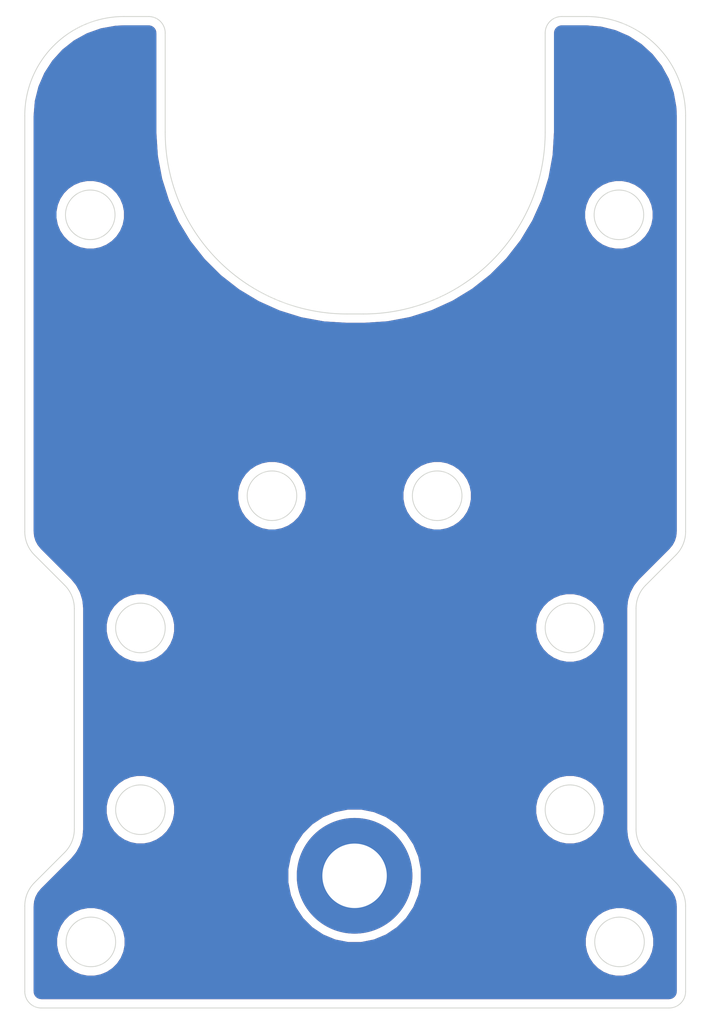
<source format=kicad_pcb>
(kicad_pcb (version 20171130) (host pcbnew 5.1.9+dfsg1-1+deb11u1)

  (general
    (thickness 1.6)
    (drawings 44)
    (tracks 0)
    (zones 0)
    (modules 1)
    (nets 1)
  )

  (page A4)
  (layers
    (0 F.Cu signal)
    (31 B.Cu signal)
    (32 B.Adhes user)
    (33 F.Adhes user)
    (34 B.Paste user)
    (35 F.Paste user)
    (36 B.SilkS user)
    (37 F.SilkS user)
    (38 B.Mask user)
    (39 F.Mask user)
    (40 Dwgs.User user)
    (41 Cmts.User user)
    (42 Eco1.User user)
    (43 Eco2.User user)
    (44 Edge.Cuts user)
    (45 Margin user)
    (46 B.CrtYd user)
    (47 F.CrtYd user)
    (48 B.Fab user)
    (49 F.Fab user)
  )

  (setup
    (last_trace_width 0.25)
    (trace_clearance 0.2)
    (zone_clearance 0.508)
    (zone_45_only no)
    (trace_min 0.2)
    (via_size 0.8)
    (via_drill 0.4)
    (via_min_size 0.4)
    (via_min_drill 0.3)
    (uvia_size 0.3)
    (uvia_drill 0.1)
    (uvias_allowed no)
    (uvia_min_size 0.2)
    (uvia_min_drill 0.1)
    (edge_width 0.05)
    (segment_width 0.2)
    (pcb_text_width 0.3)
    (pcb_text_size 1.5 1.5)
    (mod_edge_width 0.12)
    (mod_text_size 1 1)
    (mod_text_width 0.15)
    (pad_size 1.524 1.524)
    (pad_drill 0.762)
    (pad_to_mask_clearance 0)
    (aux_axis_origin 0 0)
    (visible_elements FFFFFF7F)
    (pcbplotparams
      (layerselection 0x010fc_ffffffff)
      (usegerberextensions true)
      (usegerberattributes false)
      (usegerberadvancedattributes false)
      (creategerberjobfile false)
      (excludeedgelayer true)
      (linewidth 0.100000)
      (plotframeref false)
      (viasonmask false)
      (mode 1)
      (useauxorigin false)
      (hpglpennumber 1)
      (hpglpenspeed 20)
      (hpglpendiameter 15.000000)
      (psnegative false)
      (psa4output false)
      (plotreference true)
      (plotvalue true)
      (plotinvisibletext false)
      (padsonsilk false)
      (subtractmaskfromsilk true)
      (outputformat 1)
      (mirror false)
      (drillshape 0)
      (scaleselection 1)
      (outputdirectory "toolhead-bottom-plate-gerber/"))
  )

  (net 0 "")

  (net_class Default "This is the default net class."
    (clearance 0.2)
    (trace_width 0.25)
    (via_dia 0.8)
    (via_drill 0.4)
    (uvia_dia 0.3)
    (uvia_drill 0.1)
  )

  (module custom-footprints:thread-insert-m3d4p2 (layer F.Cu) (tedit 64C47E0B) (tstamp 64C4DCC7)
    (at 138.463038 103)
    (fp_text reference REF** (at 0 0.5) (layer F.SilkS) hide
      (effects (font (size 1 1) (thickness 0.15)))
    )
    (fp_text value thread-insert-m3d4p2 (at 0 -0.5) (layer F.Fab)
      (effects (font (size 1 1) (thickness 0.15)))
    )
    (pad 1 thru_hole circle (at 0 0) (size 7 7) (drill 3.9) (layers *.Cu *.Mask))
  )

  (gr_line (start 138.5 101.5) (end 138.5 105) (layer F.CrtYd) (width 0.05))
  (gr_line (start 136.5 103) (end 140.5 103) (layer F.CrtYd) (width 0.05))
  (gr_line (start 157.500038 111) (end 119.500038 111) (layer Edge.Cuts) (width 0.05))
  (gr_circle (center 125.500038 99) (end 127.000038 99) (layer Edge.Cuts) (width 0.05))
  (gr_circle (center 154.500037 107) (end 156.000038 107) (layer Edge.Cuts) (width 0.05))
  (gr_circle (center 143.463038 80) (end 144.963038 80) (layer Edge.Cuts) (width 0.05))
  (gr_circle (center 122.463038 63) (end 123.963038 63) (layer Edge.Cuts) (width 0.05))
  (gr_arc (start 119.500038 110) (end 118.500038 110) (angle -90) (layer Edge.Cuts) (width 0.05))
  (gr_line (start 155.500038 100.17157) (end 155.500038 86.8284) (layer Edge.Cuts) (width 0.05))
  (gr_circle (center 122.500038 107) (end 124.000038 107) (layer Edge.Cuts) (width 0.05))
  (gr_line (start 120.914238 85.4142) (end 119.085738 83.5858) (layer Edge.Cuts) (width 0.05))
  (gr_line (start 119.085738 103.41421) (end 120.914238 101.58579) (layer Edge.Cuts) (width 0.05))
  (gr_line (start 150.000038 52) (end 150.000038 58) (layer Edge.Cuts) (width 0.05))
  (gr_arc (start 120.500038 82.1716) (end 118.500038 82.1716) (angle -45) (layer Edge.Cuts) (width 0.05))
  (gr_arc (start 157.500038 110) (end 157.500038 111) (angle -90) (layer Edge.Cuts) (width 0.05))
  (gr_arc (start 119.500038 100.17157) (end 120.914252 101.585783) (angle -45) (layer Edge.Cuts) (width 0.05))
  (gr_line (start 158.500038 104.82843) (end 158.500038 110) (layer Edge.Cuts) (width 0.05))
  (gr_circle (center 133.463038 80) (end 134.963038 80) (layer Edge.Cuts) (width 0.05))
  (gr_line (start 157.914238 103.41421) (end 156.085738 101.58579) (layer Edge.Cuts) (width 0.05))
  (gr_line (start 158.500038 57) (end 158.500038 82.1716) (layer Edge.Cuts) (width 0.05))
  (gr_arc (start 126.000038 52) (end 127.000038 52) (angle -90) (layer Edge.Cuts) (width 0.05))
  (gr_arc (start 156.500038 104.82843) (end 158.500038 104.82843) (angle -45) (layer Edge.Cuts) (width 0.05))
  (gr_arc (start 157.500038 86.8284) (end 156.085824 85.414187) (angle -45) (layer Edge.Cuts) (width 0.05))
  (gr_line (start 118.500038 110) (end 118.500038 104.82843) (layer Edge.Cuts) (width 0.05))
  (gr_circle (center 151.500038 99) (end 153.000038 99) (layer Edge.Cuts) (width 0.05))
  (gr_line (start 156.085738 85.4142) (end 157.914238 83.5858) (layer Edge.Cuts) (width 0.05))
  (gr_arc (start 156.500038 82.1716) (end 157.914251 83.585814) (angle -45) (layer Edge.Cuts) (width 0.05))
  (gr_circle (center 151.500038 88) (end 153.000038 88) (layer Edge.Cuts) (width 0.05))
  (gr_line (start 152.500038 51) (end 151.000038 51) (layer Edge.Cuts) (width 0.05))
  (gr_arc (start 120.500038 104.82843) (end 119.085825 103.414216) (angle -45) (layer Edge.Cuts) (width 0.05))
  (gr_arc (start 151.000038 52) (end 151.000038 51) (angle -90) (layer Edge.Cuts) (width 0.05))
  (gr_line (start 127.000038 58) (end 127.000038 52) (layer Edge.Cuts) (width 0.05))
  (gr_line (start 118.500038 82.1716) (end 118.500038 57) (layer Edge.Cuts) (width 0.05))
  (gr_arc (start 124.500038 57) (end 124.500038 51) (angle -90) (layer Edge.Cuts) (width 0.05))
  (gr_arc (start 152.500038 57) (end 158.500038 57) (angle -90) (layer Edge.Cuts) (width 0.05))
  (gr_circle (center 125.500038 88) (end 127.000038 88) (layer Edge.Cuts) (width 0.05))
  (gr_arc (start 119.500038 86.8284) (end 121.500038 86.828401) (angle -45) (layer Edge.Cuts) (width 0.05))
  (gr_arc (start 157.500038 100.17157) (end 155.500038 100.17157) (angle -45) (layer Edge.Cuts) (width 0.05))
  (gr_arc (start 139 58) (end 139 69) (angle -90) (layer Edge.Cuts) (width 0.05))
  (gr_circle (center 154.463038 63) (end 155.963038 63) (layer Edge.Cuts) (width 0.05))
  (gr_line (start 121.500038 100.17157) (end 121.500038 86.8284) (layer Edge.Cuts) (width 0.05))
  (gr_arc (start 138 58) (end 127 58) (angle -90) (layer Edge.Cuts) (width 0.05))
  (gr_line (start 126.000038 51) (end 124.500038 51) (layer Edge.Cuts) (width 0.05))
  (gr_line (start 139 69) (end 138 69) (layer Edge.Cuts) (width 0.05))

  (zone (net 0) (net_name "") (layer F.Cu) (tstamp 64C470E7) (hatch edge 0.508)
    (connect_pads (clearance 0.508))
    (min_thickness 0.254)
    (fill yes (arc_segments 32) (thermal_gap 0.508) (thermal_bridge_width 0.508))
    (polygon
      (pts
        (xy 160 112) (xy 117 112) (xy 117 50) (xy 160 50)
      )
    )
    (filled_polygon
      (pts
        (xy 126.065462 51.66958) (xy 126.128394 51.68858) (xy 126.186443 51.719445) (xy 126.237381 51.760989) (xy 126.279286 51.811644)
        (xy 126.310553 51.869471) (xy 126.329994 51.932272) (xy 126.340039 52.027845) (xy 126.340038 57.994555) (xy 126.34002 57.994819)
        (xy 126.340002 58.00173) (xy 126.340038 58.015463) (xy 126.340038 58.032418) (xy 126.340084 58.032882) (xy 126.340153 58.059326)
        (xy 126.341239 58.076579) (xy 126.341148 58.093863) (xy 126.341564 58.100762) (xy 126.428151 59.421832) (xy 126.432693 59.457787)
        (xy 126.436865 59.493842) (xy 126.438107 59.50064) (xy 126.682777 60.801739) (xy 126.691613 60.836919) (xy 126.700079 60.87218)
        (xy 126.702128 60.87878) (xy 127.101335 62.141062) (xy 127.114314 62.174873) (xy 127.126974 62.208914) (xy 127.129802 62.21522)
        (xy 127.677765 63.420401) (xy 127.694727 63.452438) (xy 127.71137 63.484682) (xy 127.714935 63.490603) (xy 128.403715 64.621223)
        (xy 128.42442 64.651015) (xy 128.444799 64.681001) (xy 128.449041 64.686439) (xy 128.449049 64.686451) (xy 128.449058 64.686461)
        (xy 129.268671 65.726136) (xy 129.292792 65.753209) (xy 129.316639 65.780545) (xy 129.321513 65.785445) (xy 130.260102 66.719132)
        (xy 130.287282 66.743095) (xy 130.314259 66.767385) (xy 130.319687 66.771664) (xy 131.363648 67.585829) (xy 131.39351 67.606353)
        (xy 131.42321 67.627226) (xy 131.429113 67.630822) (xy 132.563326 68.313673) (xy 132.595451 68.330468) (xy 132.627429 68.347614)
        (xy 132.63372 68.350474) (xy 133.841753 68.892119) (xy 133.875674 68.904937) (xy 133.90947 68.918113) (xy 133.916059 68.920197)
        (xy 135.180414 69.31279) (xy 135.21564 69.321442) (xy 135.250764 69.330461) (xy 135.257552 69.331737) (xy 135.257555 69.331738)
        (xy 135.257558 69.331738) (xy 136.559919 69.569592) (xy 136.595916 69.573948) (xy 136.631882 69.578683) (xy 136.638778 69.579135)
        (xy 137.947792 69.658051) (xy 137.967581 69.66) (xy 139.032419 69.66) (xy 139.033279 69.659915) (xy 139.059326 69.659847)
        (xy 139.076579 69.658761) (xy 139.093863 69.658852) (xy 139.100762 69.658436) (xy 140.421832 69.571849) (xy 140.457787 69.567307)
        (xy 140.493842 69.563135) (xy 140.50064 69.561893) (xy 141.801739 69.317223) (xy 141.836919 69.308387) (xy 141.87218 69.299921)
        (xy 141.87878 69.297872) (xy 143.141062 68.898665) (xy 143.174873 68.885686) (xy 143.208914 68.873026) (xy 143.21522 68.870198)
        (xy 144.420401 68.322235) (xy 144.452438 68.305273) (xy 144.484682 68.28863) (xy 144.490597 68.285069) (xy 144.490607 68.285063)
        (xy 145.621223 67.596285) (xy 145.651015 67.57558) (xy 145.681001 67.555201) (xy 145.686439 67.550959) (xy 145.686451 67.550951)
        (xy 145.686461 67.550942) (xy 146.726136 66.731329) (xy 146.753209 66.707208) (xy 146.780545 66.683361) (xy 146.785445 66.678487)
        (xy 147.719132 65.739898) (xy 147.743095 65.712718) (xy 147.767385 65.685741) (xy 147.771664 65.680313) (xy 148.585829 64.636352)
        (xy 148.606353 64.60649) (xy 148.627226 64.57679) (xy 148.630822 64.570887) (xy 149.313673 63.436674) (xy 149.330468 63.404549)
        (xy 149.347614 63.372571) (xy 149.350474 63.36628) (xy 149.610508 62.786323) (xy 152.293535 62.786323) (xy 152.293535 63.213677)
        (xy 152.376908 63.632821) (xy 152.54045 64.027645) (xy 152.777875 64.382977) (xy 153.080061 64.685163) (xy 153.435393 64.922588)
        (xy 153.830217 65.08613) (xy 154.249361 65.169503) (xy 154.676715 65.169503) (xy 155.095859 65.08613) (xy 155.490683 64.922588)
        (xy 155.846015 64.685163) (xy 156.148201 64.382977) (xy 156.385626 64.027645) (xy 156.549168 63.632821) (xy 156.632541 63.213677)
        (xy 156.632541 62.786323) (xy 156.549168 62.367179) (xy 156.385626 61.972355) (xy 156.148201 61.617023) (xy 155.846015 61.314837)
        (xy 155.490683 61.077412) (xy 155.095859 60.91387) (xy 154.676715 60.830497) (xy 154.249361 60.830497) (xy 153.830217 60.91387)
        (xy 153.435393 61.077412) (xy 153.080061 61.314837) (xy 152.777875 61.617023) (xy 152.54045 61.972355) (xy 152.376908 62.367179)
        (xy 152.293535 62.786323) (xy 149.610508 62.786323) (xy 149.892119 62.158247) (xy 149.904937 62.124326) (xy 149.918113 62.09053)
        (xy 149.920197 62.083941) (xy 150.31279 60.819586) (xy 150.321442 60.78436) (xy 150.330461 60.749236) (xy 150.331738 60.742444)
        (xy 150.569592 59.440081) (xy 150.573948 59.404084) (xy 150.578683 59.368118) (xy 150.579135 59.361222) (xy 150.657991 58.053203)
        (xy 150.660038 58.032419) (xy 150.660038 52.032279) (xy 150.669618 51.934576) (xy 150.688618 51.871644) (xy 150.719483 51.813595)
        (xy 150.761027 51.762657) (xy 150.811682 51.720752) (xy 150.869509 51.689485) (xy 150.93231 51.670044) (xy 151.027873 51.66)
        (xy 152.472949 51.66) (xy 153.371835 51.733902) (xy 154.22022 51.947001) (xy 155.022409 52.295803) (xy 155.756856 52.770938)
        (xy 156.403836 53.359646) (xy 156.945984 54.046125) (xy 157.36873 54.811928) (xy 157.660722 55.636491) (xy 157.816154 56.509076)
        (xy 157.840038 57.015547) (xy 157.840039 82.139312) (xy 157.811413 82.431261) (xy 157.736003 82.68103) (xy 157.613515 82.911395)
        (xy 157.428897 83.137759) (xy 155.596136 84.97042) (xy 155.579098 84.991179) (xy 155.575306 84.994893) (xy 155.569432 85.001993)
        (xy 155.322731 85.304479) (xy 155.289616 85.354321) (xy 155.255832 85.403661) (xy 155.251449 85.411767) (xy 155.0682 85.756409)
        (xy 155.045406 85.811712) (xy 155.02184 85.866694) (xy 155.019116 85.875498) (xy 154.906296 86.24917) (xy 154.894672 86.307876)
        (xy 154.88224 86.366364) (xy 154.881277 86.375528) (xy 154.843188 86.763997) (xy 154.843188 86.764008) (xy 154.840039 86.795981)
        (xy 154.840038 100.203988) (xy 154.842622 100.230227) (xy 154.842561 100.236073) (xy 154.843429 100.245247) (xy 154.882874 100.633581)
        (xy 154.894695 100.692205) (xy 154.905701 100.751019) (xy 154.908334 100.75985) (xy 155.022456 101.133127) (xy 155.045457 101.188383)
        (xy 155.067659 101.243893) (xy 155.071957 101.252045) (xy 155.256409 101.596046) (xy 155.289665 101.645722) (xy 155.322265 101.695923)
        (xy 155.328065 101.703084) (xy 155.534217 101.954058) (xy 155.534321 101.954252) (xy 155.596134 102.029567) (xy 157.42478 103.858134)
        (xy 157.610927 104.084753) (xy 157.734219 104.314691) (xy 157.8105 104.564196) (xy 157.840038 104.854997) (xy 157.840039 109.967711)
        (xy 157.830458 110.065424) (xy 157.811458 110.128357) (xy 157.780592 110.186406) (xy 157.739049 110.237343) (xy 157.688394 110.279248)
        (xy 157.630567 110.310515) (xy 157.567766 110.329956) (xy 157.472203 110.34) (xy 119.532317 110.34) (xy 119.434614 110.33042)
        (xy 119.371681 110.31142) (xy 119.313632 110.280554) (xy 119.262695 110.239011) (xy 119.22079 110.188356) (xy 119.189523 110.130529)
        (xy 119.170082 110.067728) (xy 119.160038 109.972165) (xy 119.160038 106.786323) (xy 120.330535 106.786323) (xy 120.330535 107.213677)
        (xy 120.413908 107.632821) (xy 120.57745 108.027645) (xy 120.814875 108.382977) (xy 121.117061 108.685163) (xy 121.472393 108.922588)
        (xy 121.867217 109.08613) (xy 122.286361 109.169503) (xy 122.713715 109.169503) (xy 123.132859 109.08613) (xy 123.527683 108.922588)
        (xy 123.883015 108.685163) (xy 124.185201 108.382977) (xy 124.422626 108.027645) (xy 124.586168 107.632821) (xy 124.669541 107.213677)
        (xy 124.669541 106.786323) (xy 124.586168 106.367179) (xy 124.422626 105.972355) (xy 124.185201 105.617023) (xy 123.883015 105.314837)
        (xy 123.527683 105.077412) (xy 123.132859 104.91387) (xy 122.713715 104.830497) (xy 122.286361 104.830497) (xy 121.867217 104.91387)
        (xy 121.472393 105.077412) (xy 121.117061 105.314837) (xy 120.814875 105.617023) (xy 120.57745 105.972355) (xy 120.413908 106.367179)
        (xy 120.330535 106.786323) (xy 119.160038 106.786323) (xy 119.160038 104.860708) (xy 119.188663 104.56877) (xy 119.264073 104.319)
        (xy 119.38656 104.088637) (xy 119.571717 103.861612) (xy 120.840647 102.592738) (xy 134.328038 102.592738) (xy 134.328038 103.407262)
        (xy 134.486944 104.206135) (xy 134.798649 104.958657) (xy 135.251174 105.635909) (xy 135.827129 106.211864) (xy 136.504381 106.664389)
        (xy 137.256903 106.976094) (xy 138.055776 107.135) (xy 138.8703 107.135) (xy 139.669173 106.976094) (xy 140.12732 106.786323)
        (xy 152.330533 106.786323) (xy 152.330533 107.213677) (xy 152.413906 107.632821) (xy 152.577448 108.027645) (xy 152.814873 108.382978)
        (xy 153.117059 108.685164) (xy 153.472392 108.922589) (xy 153.867216 109.086131) (xy 154.28636 109.169504) (xy 154.713714 109.169504)
        (xy 155.132858 109.086131) (xy 155.527682 108.922589) (xy 155.883015 108.685164) (xy 156.185201 108.382978) (xy 156.422626 108.027645)
        (xy 156.586168 107.632821) (xy 156.669541 107.213677) (xy 156.669541 106.786323) (xy 156.586168 106.367179) (xy 156.422626 105.972355)
        (xy 156.185201 105.617022) (xy 155.883015 105.314836) (xy 155.527682 105.077411) (xy 155.132858 104.913869) (xy 154.713714 104.830496)
        (xy 154.28636 104.830496) (xy 153.867216 104.913869) (xy 153.472392 105.077411) (xy 153.117059 105.314836) (xy 152.814873 105.617022)
        (xy 152.577448 105.972355) (xy 152.413906 106.367179) (xy 152.330533 106.786323) (xy 140.12732 106.786323) (xy 140.421695 106.664389)
        (xy 141.098947 106.211864) (xy 141.674902 105.635909) (xy 142.127427 104.958657) (xy 142.439132 104.206135) (xy 142.598038 103.407262)
        (xy 142.598038 102.592738) (xy 142.439132 101.793865) (xy 142.127427 101.041343) (xy 141.674902 100.364091) (xy 141.098947 99.788136)
        (xy 140.421695 99.335611) (xy 139.669173 99.023906) (xy 138.8703 98.865) (xy 138.055776 98.865) (xy 137.256903 99.023906)
        (xy 136.504381 99.335611) (xy 135.827129 99.788136) (xy 135.251174 100.364091) (xy 134.798649 101.041343) (xy 134.486944 101.793865)
        (xy 134.328038 102.592738) (xy 120.840647 102.592738) (xy 121.381263 102.052146) (xy 121.381745 102.051669) (xy 121.38317 102.050239)
        (xy 121.403842 102.029568) (xy 121.420554 102.009206) (xy 121.42477 102.005077) (xy 121.430644 101.997977) (xy 121.677345 101.695491)
        (xy 121.71046 101.645649) (xy 121.744244 101.596309) (xy 121.748627 101.588203) (xy 121.931876 101.243561) (xy 121.954676 101.188244)
        (xy 121.978236 101.133275) (xy 121.980961 101.124472) (xy 122.09378 100.7508) (xy 122.105403 100.6921) (xy 122.117836 100.633606)
        (xy 122.118799 100.624442) (xy 122.156888 100.235972) (xy 122.160038 100.203989) (xy 122.160038 98.786323) (xy 123.330535 98.786323)
        (xy 123.330535 99.213677) (xy 123.413908 99.632821) (xy 123.57745 100.027645) (xy 123.814875 100.382977) (xy 124.117061 100.685163)
        (xy 124.472393 100.922588) (xy 124.867217 101.08613) (xy 125.286361 101.169503) (xy 125.713715 101.169503) (xy 126.132859 101.08613)
        (xy 126.527683 100.922588) (xy 126.883015 100.685163) (xy 127.185201 100.382977) (xy 127.422626 100.027645) (xy 127.586168 99.632821)
        (xy 127.669541 99.213677) (xy 127.669541 98.786323) (xy 149.330535 98.786323) (xy 149.330535 99.213677) (xy 149.413908 99.632821)
        (xy 149.57745 100.027645) (xy 149.814875 100.382977) (xy 150.117061 100.685163) (xy 150.472393 100.922588) (xy 150.867217 101.08613)
        (xy 151.286361 101.169503) (xy 151.713715 101.169503) (xy 152.132859 101.08613) (xy 152.527683 100.922588) (xy 152.883015 100.685163)
        (xy 153.185201 100.382977) (xy 153.422626 100.027645) (xy 153.586168 99.632821) (xy 153.669541 99.213677) (xy 153.669541 98.786323)
        (xy 153.586168 98.367179) (xy 153.422626 97.972355) (xy 153.185201 97.617023) (xy 152.883015 97.314837) (xy 152.527683 97.077412)
        (xy 152.132859 96.91387) (xy 151.713715 96.830497) (xy 151.286361 96.830497) (xy 150.867217 96.91387) (xy 150.472393 97.077412)
        (xy 150.117061 97.314837) (xy 149.814875 97.617023) (xy 149.57745 97.972355) (xy 149.413908 98.367179) (xy 149.330535 98.786323)
        (xy 127.669541 98.786323) (xy 127.586168 98.367179) (xy 127.422626 97.972355) (xy 127.185201 97.617023) (xy 126.883015 97.314837)
        (xy 126.527683 97.077412) (xy 126.132859 96.91387) (xy 125.713715 96.830497) (xy 125.286361 96.830497) (xy 124.867217 96.91387)
        (xy 124.472393 97.077412) (xy 124.117061 97.314837) (xy 123.814875 97.617023) (xy 123.57745 97.972355) (xy 123.413908 98.367179)
        (xy 123.330535 98.786323) (xy 122.160038 98.786323) (xy 122.160038 87.786323) (xy 123.330535 87.786323) (xy 123.330535 88.213677)
        (xy 123.413908 88.632821) (xy 123.57745 89.027645) (xy 123.814875 89.382977) (xy 124.117061 89.685163) (xy 124.472393 89.922588)
        (xy 124.867217 90.08613) (xy 125.286361 90.169503) (xy 125.713715 90.169503) (xy 126.132859 90.08613) (xy 126.527683 89.922588)
        (xy 126.883015 89.685163) (xy 127.185201 89.382977) (xy 127.422626 89.027645) (xy 127.586168 88.632821) (xy 127.669541 88.213677)
        (xy 127.669541 87.786323) (xy 149.330535 87.786323) (xy 149.330535 88.213677) (xy 149.413908 88.632821) (xy 149.57745 89.027645)
        (xy 149.814875 89.382977) (xy 150.117061 89.685163) (xy 150.472393 89.922588) (xy 150.867217 90.08613) (xy 151.286361 90.169503)
        (xy 151.713715 90.169503) (xy 152.132859 90.08613) (xy 152.527683 89.922588) (xy 152.883015 89.685163) (xy 153.185201 89.382977)
        (xy 153.422626 89.027645) (xy 153.586168 88.632821) (xy 153.669541 88.213677) (xy 153.669541 87.786323) (xy 153.586168 87.367179)
        (xy 153.422626 86.972355) (xy 153.185201 86.617023) (xy 152.883015 86.314837) (xy 152.527683 86.077412) (xy 152.132859 85.91387)
        (xy 151.713715 85.830497) (xy 151.286361 85.830497) (xy 150.867217 85.91387) (xy 150.472393 86.077412) (xy 150.117061 86.314837)
        (xy 149.814875 86.617023) (xy 149.57745 86.972355) (xy 149.413908 87.367179) (xy 149.330535 87.786323) (xy 127.669541 87.786323)
        (xy 127.586168 87.367179) (xy 127.422626 86.972355) (xy 127.185201 86.617023) (xy 126.883015 86.314837) (xy 126.527683 86.077412)
        (xy 126.132859 85.91387) (xy 125.713715 85.830497) (xy 125.286361 85.830497) (xy 124.867217 85.91387) (xy 124.472393 86.077412)
        (xy 124.117061 86.314837) (xy 123.814875 86.617023) (xy 123.57745 86.972355) (xy 123.413908 87.367179) (xy 123.330535 87.786323)
        (xy 122.160038 87.786323) (xy 122.160038 86.795981) (xy 122.157454 86.769742) (xy 122.157515 86.763895) (xy 122.156647 86.754721)
        (xy 122.117201 86.366388) (xy 122.105377 86.307751) (xy 122.094374 86.248953) (xy 122.091741 86.240122) (xy 121.977621 85.866846)
        (xy 121.95462 85.811591) (xy 121.932417 85.756077) (xy 121.928119 85.747926) (xy 121.743667 85.403925) (xy 121.710401 85.354234)
        (xy 121.677811 85.304048) (xy 121.672011 85.296887) (xy 121.424256 84.995265) (xy 121.424119 84.995128) (xy 121.40384 84.970419)
        (xy 119.575666 83.142347) (xy 119.389149 82.915277) (xy 119.265857 82.685339) (xy 119.189576 82.435835) (xy 119.160038 82.145033)
        (xy 119.160038 79.786323) (xy 131.293535 79.786323) (xy 131.293535 80.213677) (xy 131.376908 80.632821) (xy 131.54045 81.027645)
        (xy 131.777875 81.382977) (xy 132.080061 81.685163) (xy 132.435393 81.922588) (xy 132.830217 82.08613) (xy 133.249361 82.169503)
        (xy 133.676715 82.169503) (xy 134.095859 82.08613) (xy 134.490683 81.922588) (xy 134.846015 81.685163) (xy 135.148201 81.382977)
        (xy 135.385626 81.027645) (xy 135.549168 80.632821) (xy 135.632541 80.213677) (xy 135.632541 79.786323) (xy 141.293535 79.786323)
        (xy 141.293535 80.213677) (xy 141.376908 80.632821) (xy 141.54045 81.027645) (xy 141.777875 81.382977) (xy 142.080061 81.685163)
        (xy 142.435393 81.922588) (xy 142.830217 82.08613) (xy 143.249361 82.169503) (xy 143.676715 82.169503) (xy 144.095859 82.08613)
        (xy 144.490683 81.922588) (xy 144.846015 81.685163) (xy 145.148201 81.382977) (xy 145.385626 81.027645) (xy 145.549168 80.632821)
        (xy 145.632541 80.213677) (xy 145.632541 79.786323) (xy 145.549168 79.367179) (xy 145.385626 78.972355) (xy 145.148201 78.617023)
        (xy 144.846015 78.314837) (xy 144.490683 78.077412) (xy 144.095859 77.91387) (xy 143.676715 77.830497) (xy 143.249361 77.830497)
        (xy 142.830217 77.91387) (xy 142.435393 78.077412) (xy 142.080061 78.314837) (xy 141.777875 78.617023) (xy 141.54045 78.972355)
        (xy 141.376908 79.367179) (xy 141.293535 79.786323) (xy 135.632541 79.786323) (xy 135.549168 79.367179) (xy 135.385626 78.972355)
        (xy 135.148201 78.617023) (xy 134.846015 78.314837) (xy 134.490683 78.077412) (xy 134.095859 77.91387) (xy 133.676715 77.830497)
        (xy 133.249361 77.830497) (xy 132.830217 77.91387) (xy 132.435393 78.077412) (xy 132.080061 78.314837) (xy 131.777875 78.617023)
        (xy 131.54045 78.972355) (xy 131.376908 79.367179) (xy 131.293535 79.786323) (xy 119.160038 79.786323) (xy 119.160038 62.786323)
        (xy 120.293535 62.786323) (xy 120.293535 63.213677) (xy 120.376908 63.632821) (xy 120.54045 64.027645) (xy 120.777875 64.382977)
        (xy 121.080061 64.685163) (xy 121.435393 64.922588) (xy 121.830217 65.08613) (xy 122.249361 65.169503) (xy 122.676715 65.169503)
        (xy 123.095859 65.08613) (xy 123.490683 64.922588) (xy 123.846015 64.685163) (xy 124.148201 64.382977) (xy 124.385626 64.027645)
        (xy 124.549168 63.632821) (xy 124.632541 63.213677) (xy 124.632541 62.786323) (xy 124.549168 62.367179) (xy 124.385626 61.972355)
        (xy 124.148201 61.617023) (xy 123.846015 61.314837) (xy 123.490683 61.077412) (xy 123.095859 60.91387) (xy 122.676715 60.830497)
        (xy 122.249361 60.830497) (xy 121.830217 60.91387) (xy 121.435393 61.077412) (xy 121.080061 61.314837) (xy 120.777875 61.617023)
        (xy 120.54045 61.972355) (xy 120.376908 62.367179) (xy 120.293535 62.786323) (xy 119.160038 62.786323) (xy 119.160038 57.027089)
        (xy 119.23394 56.128203) (xy 119.447039 55.279818) (xy 119.795841 54.477629) (xy 120.270976 53.743182) (xy 120.859684 53.096202)
        (xy 121.546163 52.554054) (xy 122.311966 52.131308) (xy 123.136529 51.839316) (xy 124.009114 51.683884) (xy 124.515585 51.66)
        (xy 125.967759 51.66)
      )
    )
  )
  (zone (net 0) (net_name "") (layer B.Cu) (tstamp 64C470E4) (hatch edge 0.508)
    (connect_pads (clearance 0.508))
    (min_thickness 0.254)
    (fill yes (arc_segments 32) (thermal_gap 0.508) (thermal_bridge_width 0.508))
    (polygon
      (pts
        (xy 160 112) (xy 117 112) (xy 117 50) (xy 160 50)
      )
    )
    (filled_polygon
      (pts
        (xy 126.065462 51.66958) (xy 126.128394 51.68858) (xy 126.186443 51.719445) (xy 126.237381 51.760989) (xy 126.279286 51.811644)
        (xy 126.310553 51.869471) (xy 126.329994 51.932272) (xy 126.340039 52.027845) (xy 126.340038 57.994555) (xy 126.34002 57.994819)
        (xy 126.340002 58.00173) (xy 126.340038 58.015463) (xy 126.340038 58.032418) (xy 126.340084 58.032882) (xy 126.340153 58.059326)
        (xy 126.341239 58.076579) (xy 126.341148 58.093863) (xy 126.341564 58.100762) (xy 126.428151 59.421832) (xy 126.432693 59.457787)
        (xy 126.436865 59.493842) (xy 126.438107 59.50064) (xy 126.682777 60.801739) (xy 126.691613 60.836919) (xy 126.700079 60.87218)
        (xy 126.702128 60.87878) (xy 127.101335 62.141062) (xy 127.114314 62.174873) (xy 127.126974 62.208914) (xy 127.129802 62.21522)
        (xy 127.677765 63.420401) (xy 127.694727 63.452438) (xy 127.71137 63.484682) (xy 127.714935 63.490603) (xy 128.403715 64.621223)
        (xy 128.42442 64.651015) (xy 128.444799 64.681001) (xy 128.449041 64.686439) (xy 128.449049 64.686451) (xy 128.449058 64.686461)
        (xy 129.268671 65.726136) (xy 129.292792 65.753209) (xy 129.316639 65.780545) (xy 129.321513 65.785445) (xy 130.260102 66.719132)
        (xy 130.287282 66.743095) (xy 130.314259 66.767385) (xy 130.319687 66.771664) (xy 131.363648 67.585829) (xy 131.39351 67.606353)
        (xy 131.42321 67.627226) (xy 131.429113 67.630822) (xy 132.563326 68.313673) (xy 132.595451 68.330468) (xy 132.627429 68.347614)
        (xy 132.63372 68.350474) (xy 133.841753 68.892119) (xy 133.875674 68.904937) (xy 133.90947 68.918113) (xy 133.916059 68.920197)
        (xy 135.180414 69.31279) (xy 135.21564 69.321442) (xy 135.250764 69.330461) (xy 135.257552 69.331737) (xy 135.257555 69.331738)
        (xy 135.257558 69.331738) (xy 136.559919 69.569592) (xy 136.595916 69.573948) (xy 136.631882 69.578683) (xy 136.638778 69.579135)
        (xy 137.947792 69.658051) (xy 137.967581 69.66) (xy 139.032419 69.66) (xy 139.033279 69.659915) (xy 139.059326 69.659847)
        (xy 139.076579 69.658761) (xy 139.093863 69.658852) (xy 139.100762 69.658436) (xy 140.421832 69.571849) (xy 140.457787 69.567307)
        (xy 140.493842 69.563135) (xy 140.50064 69.561893) (xy 141.801739 69.317223) (xy 141.836919 69.308387) (xy 141.87218 69.299921)
        (xy 141.87878 69.297872) (xy 143.141062 68.898665) (xy 143.174873 68.885686) (xy 143.208914 68.873026) (xy 143.21522 68.870198)
        (xy 144.420401 68.322235) (xy 144.452438 68.305273) (xy 144.484682 68.28863) (xy 144.490597 68.285069) (xy 144.490607 68.285063)
        (xy 145.621223 67.596285) (xy 145.651015 67.57558) (xy 145.681001 67.555201) (xy 145.686439 67.550959) (xy 145.686451 67.550951)
        (xy 145.686461 67.550942) (xy 146.726136 66.731329) (xy 146.753209 66.707208) (xy 146.780545 66.683361) (xy 146.785445 66.678487)
        (xy 147.719132 65.739898) (xy 147.743095 65.712718) (xy 147.767385 65.685741) (xy 147.771664 65.680313) (xy 148.585829 64.636352)
        (xy 148.606353 64.60649) (xy 148.627226 64.57679) (xy 148.630822 64.570887) (xy 149.313673 63.436674) (xy 149.330468 63.404549)
        (xy 149.347614 63.372571) (xy 149.350474 63.36628) (xy 149.610508 62.786323) (xy 152.293535 62.786323) (xy 152.293535 63.213677)
        (xy 152.376908 63.632821) (xy 152.54045 64.027645) (xy 152.777875 64.382977) (xy 153.080061 64.685163) (xy 153.435393 64.922588)
        (xy 153.830217 65.08613) (xy 154.249361 65.169503) (xy 154.676715 65.169503) (xy 155.095859 65.08613) (xy 155.490683 64.922588)
        (xy 155.846015 64.685163) (xy 156.148201 64.382977) (xy 156.385626 64.027645) (xy 156.549168 63.632821) (xy 156.632541 63.213677)
        (xy 156.632541 62.786323) (xy 156.549168 62.367179) (xy 156.385626 61.972355) (xy 156.148201 61.617023) (xy 155.846015 61.314837)
        (xy 155.490683 61.077412) (xy 155.095859 60.91387) (xy 154.676715 60.830497) (xy 154.249361 60.830497) (xy 153.830217 60.91387)
        (xy 153.435393 61.077412) (xy 153.080061 61.314837) (xy 152.777875 61.617023) (xy 152.54045 61.972355) (xy 152.376908 62.367179)
        (xy 152.293535 62.786323) (xy 149.610508 62.786323) (xy 149.892119 62.158247) (xy 149.904937 62.124326) (xy 149.918113 62.09053)
        (xy 149.920197 62.083941) (xy 150.31279 60.819586) (xy 150.321442 60.78436) (xy 150.330461 60.749236) (xy 150.331738 60.742444)
        (xy 150.569592 59.440081) (xy 150.573948 59.404084) (xy 150.578683 59.368118) (xy 150.579135 59.361222) (xy 150.657991 58.053203)
        (xy 150.660038 58.032419) (xy 150.660038 52.032279) (xy 150.669618 51.934576) (xy 150.688618 51.871644) (xy 150.719483 51.813595)
        (xy 150.761027 51.762657) (xy 150.811682 51.720752) (xy 150.869509 51.689485) (xy 150.93231 51.670044) (xy 151.027873 51.66)
        (xy 152.472949 51.66) (xy 153.371835 51.733902) (xy 154.22022 51.947001) (xy 155.022409 52.295803) (xy 155.756856 52.770938)
        (xy 156.403836 53.359646) (xy 156.945984 54.046125) (xy 157.36873 54.811928) (xy 157.660722 55.636491) (xy 157.816154 56.509076)
        (xy 157.840038 57.015547) (xy 157.840039 82.139312) (xy 157.811413 82.431261) (xy 157.736003 82.68103) (xy 157.613515 82.911395)
        (xy 157.428897 83.137759) (xy 155.596136 84.97042) (xy 155.579098 84.991179) (xy 155.575306 84.994893) (xy 155.569432 85.001993)
        (xy 155.322731 85.304479) (xy 155.289616 85.354321) (xy 155.255832 85.403661) (xy 155.251449 85.411767) (xy 155.0682 85.756409)
        (xy 155.045406 85.811712) (xy 155.02184 85.866694) (xy 155.019116 85.875498) (xy 154.906296 86.24917) (xy 154.894672 86.307876)
        (xy 154.88224 86.366364) (xy 154.881277 86.375528) (xy 154.843188 86.763997) (xy 154.843188 86.764008) (xy 154.840039 86.795981)
        (xy 154.840038 100.203988) (xy 154.842622 100.230227) (xy 154.842561 100.236073) (xy 154.843429 100.245247) (xy 154.882874 100.633581)
        (xy 154.894695 100.692205) (xy 154.905701 100.751019) (xy 154.908334 100.75985) (xy 155.022456 101.133127) (xy 155.045457 101.188383)
        (xy 155.067659 101.243893) (xy 155.071957 101.252045) (xy 155.256409 101.596046) (xy 155.289665 101.645722) (xy 155.322265 101.695923)
        (xy 155.328065 101.703084) (xy 155.534217 101.954058) (xy 155.534321 101.954252) (xy 155.596134 102.029567) (xy 157.42478 103.858134)
        (xy 157.610927 104.084753) (xy 157.734219 104.314691) (xy 157.8105 104.564196) (xy 157.840038 104.854997) (xy 157.840039 109.967711)
        (xy 157.830458 110.065424) (xy 157.811458 110.128357) (xy 157.780592 110.186406) (xy 157.739049 110.237343) (xy 157.688394 110.279248)
        (xy 157.630567 110.310515) (xy 157.567766 110.329956) (xy 157.472203 110.34) (xy 119.532317 110.34) (xy 119.434614 110.33042)
        (xy 119.371681 110.31142) (xy 119.313632 110.280554) (xy 119.262695 110.239011) (xy 119.22079 110.188356) (xy 119.189523 110.130529)
        (xy 119.170082 110.067728) (xy 119.160038 109.972165) (xy 119.160038 106.786323) (xy 120.330535 106.786323) (xy 120.330535 107.213677)
        (xy 120.413908 107.632821) (xy 120.57745 108.027645) (xy 120.814875 108.382977) (xy 121.117061 108.685163) (xy 121.472393 108.922588)
        (xy 121.867217 109.08613) (xy 122.286361 109.169503) (xy 122.713715 109.169503) (xy 123.132859 109.08613) (xy 123.527683 108.922588)
        (xy 123.883015 108.685163) (xy 124.185201 108.382977) (xy 124.422626 108.027645) (xy 124.586168 107.632821) (xy 124.669541 107.213677)
        (xy 124.669541 106.786323) (xy 124.586168 106.367179) (xy 124.422626 105.972355) (xy 124.185201 105.617023) (xy 123.883015 105.314837)
        (xy 123.527683 105.077412) (xy 123.132859 104.91387) (xy 122.713715 104.830497) (xy 122.286361 104.830497) (xy 121.867217 104.91387)
        (xy 121.472393 105.077412) (xy 121.117061 105.314837) (xy 120.814875 105.617023) (xy 120.57745 105.972355) (xy 120.413908 106.367179)
        (xy 120.330535 106.786323) (xy 119.160038 106.786323) (xy 119.160038 104.860708) (xy 119.188663 104.56877) (xy 119.264073 104.319)
        (xy 119.38656 104.088637) (xy 119.571717 103.861612) (xy 120.840647 102.592738) (xy 134.328038 102.592738) (xy 134.328038 103.407262)
        (xy 134.486944 104.206135) (xy 134.798649 104.958657) (xy 135.251174 105.635909) (xy 135.827129 106.211864) (xy 136.504381 106.664389)
        (xy 137.256903 106.976094) (xy 138.055776 107.135) (xy 138.8703 107.135) (xy 139.669173 106.976094) (xy 140.12732 106.786323)
        (xy 152.330533 106.786323) (xy 152.330533 107.213677) (xy 152.413906 107.632821) (xy 152.577448 108.027645) (xy 152.814873 108.382978)
        (xy 153.117059 108.685164) (xy 153.472392 108.922589) (xy 153.867216 109.086131) (xy 154.28636 109.169504) (xy 154.713714 109.169504)
        (xy 155.132858 109.086131) (xy 155.527682 108.922589) (xy 155.883015 108.685164) (xy 156.185201 108.382978) (xy 156.422626 108.027645)
        (xy 156.586168 107.632821) (xy 156.669541 107.213677) (xy 156.669541 106.786323) (xy 156.586168 106.367179) (xy 156.422626 105.972355)
        (xy 156.185201 105.617022) (xy 155.883015 105.314836) (xy 155.527682 105.077411) (xy 155.132858 104.913869) (xy 154.713714 104.830496)
        (xy 154.28636 104.830496) (xy 153.867216 104.913869) (xy 153.472392 105.077411) (xy 153.117059 105.314836) (xy 152.814873 105.617022)
        (xy 152.577448 105.972355) (xy 152.413906 106.367179) (xy 152.330533 106.786323) (xy 140.12732 106.786323) (xy 140.421695 106.664389)
        (xy 141.098947 106.211864) (xy 141.674902 105.635909) (xy 142.127427 104.958657) (xy 142.439132 104.206135) (xy 142.598038 103.407262)
        (xy 142.598038 102.592738) (xy 142.439132 101.793865) (xy 142.127427 101.041343) (xy 141.674902 100.364091) (xy 141.098947 99.788136)
        (xy 140.421695 99.335611) (xy 139.669173 99.023906) (xy 138.8703 98.865) (xy 138.055776 98.865) (xy 137.256903 99.023906)
        (xy 136.504381 99.335611) (xy 135.827129 99.788136) (xy 135.251174 100.364091) (xy 134.798649 101.041343) (xy 134.486944 101.793865)
        (xy 134.328038 102.592738) (xy 120.840647 102.592738) (xy 121.381263 102.052146) (xy 121.381745 102.051669) (xy 121.38317 102.050239)
        (xy 121.403842 102.029568) (xy 121.420554 102.009206) (xy 121.42477 102.005077) (xy 121.430644 101.997977) (xy 121.677345 101.695491)
        (xy 121.71046 101.645649) (xy 121.744244 101.596309) (xy 121.748627 101.588203) (xy 121.931876 101.243561) (xy 121.954676 101.188244)
        (xy 121.978236 101.133275) (xy 121.980961 101.124472) (xy 122.09378 100.7508) (xy 122.105403 100.6921) (xy 122.117836 100.633606)
        (xy 122.118799 100.624442) (xy 122.156888 100.235972) (xy 122.160038 100.203989) (xy 122.160038 98.786323) (xy 123.330535 98.786323)
        (xy 123.330535 99.213677) (xy 123.413908 99.632821) (xy 123.57745 100.027645) (xy 123.814875 100.382977) (xy 124.117061 100.685163)
        (xy 124.472393 100.922588) (xy 124.867217 101.08613) (xy 125.286361 101.169503) (xy 125.713715 101.169503) (xy 126.132859 101.08613)
        (xy 126.527683 100.922588) (xy 126.883015 100.685163) (xy 127.185201 100.382977) (xy 127.422626 100.027645) (xy 127.586168 99.632821)
        (xy 127.669541 99.213677) (xy 127.669541 98.786323) (xy 149.330535 98.786323) (xy 149.330535 99.213677) (xy 149.413908 99.632821)
        (xy 149.57745 100.027645) (xy 149.814875 100.382977) (xy 150.117061 100.685163) (xy 150.472393 100.922588) (xy 150.867217 101.08613)
        (xy 151.286361 101.169503) (xy 151.713715 101.169503) (xy 152.132859 101.08613) (xy 152.527683 100.922588) (xy 152.883015 100.685163)
        (xy 153.185201 100.382977) (xy 153.422626 100.027645) (xy 153.586168 99.632821) (xy 153.669541 99.213677) (xy 153.669541 98.786323)
        (xy 153.586168 98.367179) (xy 153.422626 97.972355) (xy 153.185201 97.617023) (xy 152.883015 97.314837) (xy 152.527683 97.077412)
        (xy 152.132859 96.91387) (xy 151.713715 96.830497) (xy 151.286361 96.830497) (xy 150.867217 96.91387) (xy 150.472393 97.077412)
        (xy 150.117061 97.314837) (xy 149.814875 97.617023) (xy 149.57745 97.972355) (xy 149.413908 98.367179) (xy 149.330535 98.786323)
        (xy 127.669541 98.786323) (xy 127.586168 98.367179) (xy 127.422626 97.972355) (xy 127.185201 97.617023) (xy 126.883015 97.314837)
        (xy 126.527683 97.077412) (xy 126.132859 96.91387) (xy 125.713715 96.830497) (xy 125.286361 96.830497) (xy 124.867217 96.91387)
        (xy 124.472393 97.077412) (xy 124.117061 97.314837) (xy 123.814875 97.617023) (xy 123.57745 97.972355) (xy 123.413908 98.367179)
        (xy 123.330535 98.786323) (xy 122.160038 98.786323) (xy 122.160038 87.786323) (xy 123.330535 87.786323) (xy 123.330535 88.213677)
        (xy 123.413908 88.632821) (xy 123.57745 89.027645) (xy 123.814875 89.382977) (xy 124.117061 89.685163) (xy 124.472393 89.922588)
        (xy 124.867217 90.08613) (xy 125.286361 90.169503) (xy 125.713715 90.169503) (xy 126.132859 90.08613) (xy 126.527683 89.922588)
        (xy 126.883015 89.685163) (xy 127.185201 89.382977) (xy 127.422626 89.027645) (xy 127.586168 88.632821) (xy 127.669541 88.213677)
        (xy 127.669541 87.786323) (xy 149.330535 87.786323) (xy 149.330535 88.213677) (xy 149.413908 88.632821) (xy 149.57745 89.027645)
        (xy 149.814875 89.382977) (xy 150.117061 89.685163) (xy 150.472393 89.922588) (xy 150.867217 90.08613) (xy 151.286361 90.169503)
        (xy 151.713715 90.169503) (xy 152.132859 90.08613) (xy 152.527683 89.922588) (xy 152.883015 89.685163) (xy 153.185201 89.382977)
        (xy 153.422626 89.027645) (xy 153.586168 88.632821) (xy 153.669541 88.213677) (xy 153.669541 87.786323) (xy 153.586168 87.367179)
        (xy 153.422626 86.972355) (xy 153.185201 86.617023) (xy 152.883015 86.314837) (xy 152.527683 86.077412) (xy 152.132859 85.91387)
        (xy 151.713715 85.830497) (xy 151.286361 85.830497) (xy 150.867217 85.91387) (xy 150.472393 86.077412) (xy 150.117061 86.314837)
        (xy 149.814875 86.617023) (xy 149.57745 86.972355) (xy 149.413908 87.367179) (xy 149.330535 87.786323) (xy 127.669541 87.786323)
        (xy 127.586168 87.367179) (xy 127.422626 86.972355) (xy 127.185201 86.617023) (xy 126.883015 86.314837) (xy 126.527683 86.077412)
        (xy 126.132859 85.91387) (xy 125.713715 85.830497) (xy 125.286361 85.830497) (xy 124.867217 85.91387) (xy 124.472393 86.077412)
        (xy 124.117061 86.314837) (xy 123.814875 86.617023) (xy 123.57745 86.972355) (xy 123.413908 87.367179) (xy 123.330535 87.786323)
        (xy 122.160038 87.786323) (xy 122.160038 86.795981) (xy 122.157454 86.769742) (xy 122.157515 86.763895) (xy 122.156647 86.754721)
        (xy 122.117201 86.366388) (xy 122.105377 86.307751) (xy 122.094374 86.248953) (xy 122.091741 86.240122) (xy 121.977621 85.866846)
        (xy 121.95462 85.811591) (xy 121.932417 85.756077) (xy 121.928119 85.747926) (xy 121.743667 85.403925) (xy 121.710401 85.354234)
        (xy 121.677811 85.304048) (xy 121.672011 85.296887) (xy 121.424256 84.995265) (xy 121.424119 84.995128) (xy 121.40384 84.970419)
        (xy 119.575666 83.142347) (xy 119.389149 82.915277) (xy 119.265857 82.685339) (xy 119.189576 82.435835) (xy 119.160038 82.145033)
        (xy 119.160038 79.786323) (xy 131.293535 79.786323) (xy 131.293535 80.213677) (xy 131.376908 80.632821) (xy 131.54045 81.027645)
        (xy 131.777875 81.382977) (xy 132.080061 81.685163) (xy 132.435393 81.922588) (xy 132.830217 82.08613) (xy 133.249361 82.169503)
        (xy 133.676715 82.169503) (xy 134.095859 82.08613) (xy 134.490683 81.922588) (xy 134.846015 81.685163) (xy 135.148201 81.382977)
        (xy 135.385626 81.027645) (xy 135.549168 80.632821) (xy 135.632541 80.213677) (xy 135.632541 79.786323) (xy 141.293535 79.786323)
        (xy 141.293535 80.213677) (xy 141.376908 80.632821) (xy 141.54045 81.027645) (xy 141.777875 81.382977) (xy 142.080061 81.685163)
        (xy 142.435393 81.922588) (xy 142.830217 82.08613) (xy 143.249361 82.169503) (xy 143.676715 82.169503) (xy 144.095859 82.08613)
        (xy 144.490683 81.922588) (xy 144.846015 81.685163) (xy 145.148201 81.382977) (xy 145.385626 81.027645) (xy 145.549168 80.632821)
        (xy 145.632541 80.213677) (xy 145.632541 79.786323) (xy 145.549168 79.367179) (xy 145.385626 78.972355) (xy 145.148201 78.617023)
        (xy 144.846015 78.314837) (xy 144.490683 78.077412) (xy 144.095859 77.91387) (xy 143.676715 77.830497) (xy 143.249361 77.830497)
        (xy 142.830217 77.91387) (xy 142.435393 78.077412) (xy 142.080061 78.314837) (xy 141.777875 78.617023) (xy 141.54045 78.972355)
        (xy 141.376908 79.367179) (xy 141.293535 79.786323) (xy 135.632541 79.786323) (xy 135.549168 79.367179) (xy 135.385626 78.972355)
        (xy 135.148201 78.617023) (xy 134.846015 78.314837) (xy 134.490683 78.077412) (xy 134.095859 77.91387) (xy 133.676715 77.830497)
        (xy 133.249361 77.830497) (xy 132.830217 77.91387) (xy 132.435393 78.077412) (xy 132.080061 78.314837) (xy 131.777875 78.617023)
        (xy 131.54045 78.972355) (xy 131.376908 79.367179) (xy 131.293535 79.786323) (xy 119.160038 79.786323) (xy 119.160038 62.786323)
        (xy 120.293535 62.786323) (xy 120.293535 63.213677) (xy 120.376908 63.632821) (xy 120.54045 64.027645) (xy 120.777875 64.382977)
        (xy 121.080061 64.685163) (xy 121.435393 64.922588) (xy 121.830217 65.08613) (xy 122.249361 65.169503) (xy 122.676715 65.169503)
        (xy 123.095859 65.08613) (xy 123.490683 64.922588) (xy 123.846015 64.685163) (xy 124.148201 64.382977) (xy 124.385626 64.027645)
        (xy 124.549168 63.632821) (xy 124.632541 63.213677) (xy 124.632541 62.786323) (xy 124.549168 62.367179) (xy 124.385626 61.972355)
        (xy 124.148201 61.617023) (xy 123.846015 61.314837) (xy 123.490683 61.077412) (xy 123.095859 60.91387) (xy 122.676715 60.830497)
        (xy 122.249361 60.830497) (xy 121.830217 60.91387) (xy 121.435393 61.077412) (xy 121.080061 61.314837) (xy 120.777875 61.617023)
        (xy 120.54045 61.972355) (xy 120.376908 62.367179) (xy 120.293535 62.786323) (xy 119.160038 62.786323) (xy 119.160038 57.027089)
        (xy 119.23394 56.128203) (xy 119.447039 55.279818) (xy 119.795841 54.477629) (xy 120.270976 53.743182) (xy 120.859684 53.096202)
        (xy 121.546163 52.554054) (xy 122.311966 52.131308) (xy 123.136529 51.839316) (xy 124.009114 51.683884) (xy 124.515585 51.66)
        (xy 125.967759 51.66)
      )
    )
  )
)

</source>
